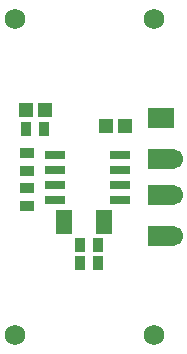
<source format=gts>
G04*
G04 #@! TF.GenerationSoftware,Altium Limited,Altium Designer,22.4.2 (48)*
G04*
G04 Layer_Color=8388736*
%FSLAX44Y44*%
%MOMM*%
G71*
G04*
G04 #@! TF.SameCoordinates,9B9F8FC9-ABE2-414B-8338-F90C526896C9*
G04*
G04*
G04 #@! TF.FilePolarity,Negative*
G04*
G01*
G75*
%ADD19R,1.7032X0.8032*%
%ADD20R,2.2032X1.7032*%
%ADD21R,0.9532X1.2032*%
%ADD22R,1.1532X1.2032*%
%ADD23R,1.3532X2.0032*%
%ADD24R,1.2032X0.9532*%
%ADD25C,1.7272*%
%ADD26C,1.7032*%
D19*
X105090Y130810D02*
D03*
Y143510D02*
D03*
Y156210D02*
D03*
Y168910D02*
D03*
X50090Y130810D02*
D03*
Y143510D02*
D03*
Y156210D02*
D03*
Y168910D02*
D03*
D20*
X140000Y200000D02*
D03*
Y100000D02*
D03*
Y135000D02*
D03*
Y165000D02*
D03*
D21*
X25520Y190500D02*
D03*
X40520D02*
D03*
X71240Y92710D02*
D03*
X86240D02*
D03*
X71240Y77470D02*
D03*
X86240D02*
D03*
D22*
X25520Y207010D02*
D03*
X41520D02*
D03*
X93600Y193040D02*
D03*
X109600D02*
D03*
D23*
X92000Y111760D02*
D03*
X58000D02*
D03*
D24*
X26670Y140850D02*
D03*
Y125850D02*
D03*
Y155060D02*
D03*
Y170060D02*
D03*
D25*
X134000Y284000D02*
D03*
X16000D02*
D03*
X134000Y16000D02*
D03*
X16000D02*
D03*
D26*
X150000Y100000D02*
D03*
Y135000D02*
D03*
Y165000D02*
D03*
M02*

</source>
